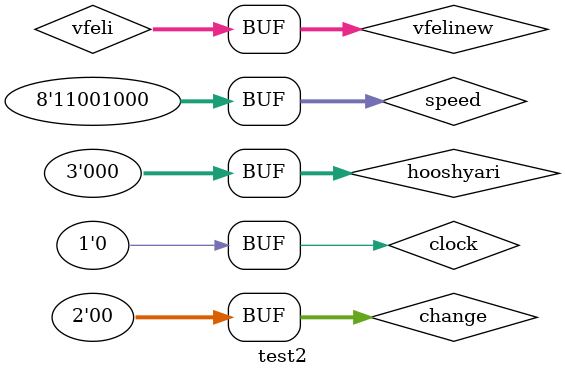
<source format=v>
`timescale 1ns / 1ps


module test2;

	// Inputs
	reg [7:0] speed;
	reg [7:0] vfeli;
	reg [2:0] hooshyari;
	reg [1:0] change;
	reg clock;

	// Outputs
	wire tormoz;
	wire [2:0] pashesh;
	wire gt;
	wire eq;
	wire lt;
	wire [1:0] changewire;
	wire [7:0] vout1;
	wire [7:0] vfelinew;

	// Instantiate the Unit Under Test (UUT)
	control uut (
		.speed(speed), 
		.vfeli(vfeli), 
		.hooshyari(hooshyari), 
		.change(change), 
		.clock(clock), 
		.tormoz(tormoz), 
		.pashesh(pashesh), 
		.gt(gt), 
		.eq(eq), 
		.lt(lt), 
		.changewire(changewire), 
		.vout1(vout1),
		.vfelinew(vfelinew)
	);
  initial
		begin
				clock = 0;
				repeat(30)
				#20 clock = ~clock;
    end 
	 
	initial begin
		// Initialize Inputs
		speed = 8'b11001000;
		vfeli = 8'b11001000;
		hooshyari = 3'b111;
		change = 2'b00;
		#20;
		hooshyari = 3'b110;
		vfeli = vfelinew;
      #40;
		change = 2'b00;
		hooshyari = 3'b000;
		vfeli = vfelinew;
		#40;
		hooshyari = 3'b111;
		change = 2'b00;
		vfeli = vfelinew;
		#40;
		hooshyari = 3'b111;
		change = 2'b00;
		vfeli = vfelinew;
		#40;
		hooshyari = 3'b111;
		change = 2'b00;
		vfeli = vfelinew;
		#40;
		hooshyari = 3'b111;
		change = 2'b00;
		vfeli = vfelinew;
		#40;
		vfeli = vfelinew;
		hooshyari = 3'b010;
		change = 2'b00;
		#40;
		hooshyari = 3'b111;
		vfeli = vfelinew;
		#40;
		hooshyari = 3'b011;
		vfeli = vfelinew;
		#40;
		hooshyari = 3'b000;
		vfeli = vfelinew;
	end
      
endmodule


</source>
